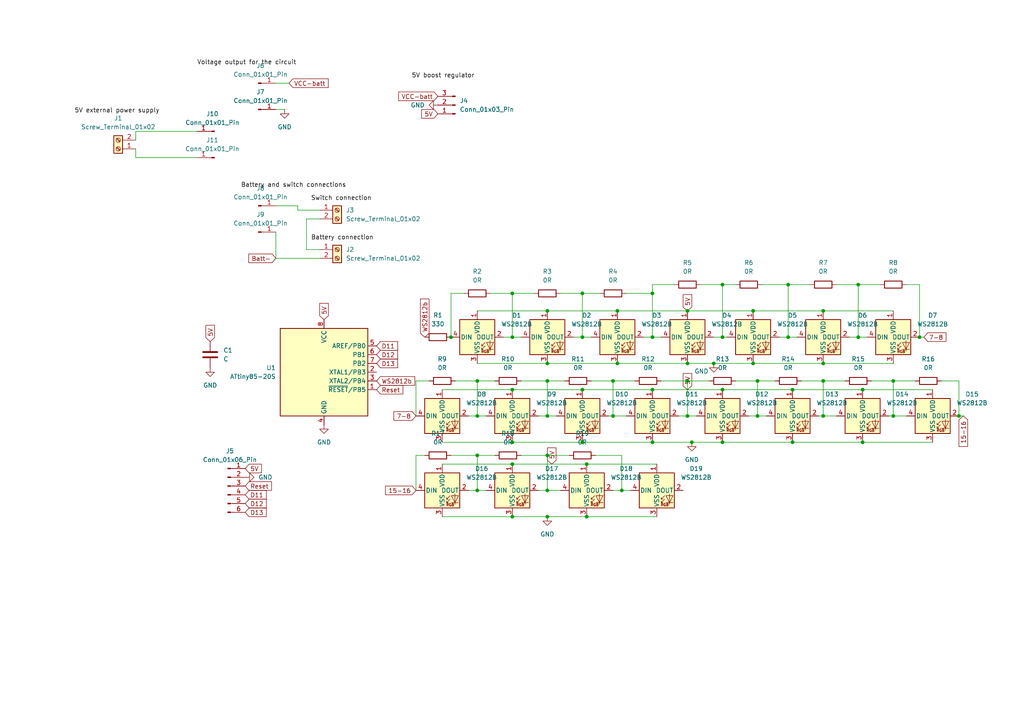
<source format=kicad_sch>
(kicad_sch (version 20231120) (generator "eeschema") (generator_version "8.0")
  (paper "A4")
  (lib_symbols
    (symbol "Connector:Conn_01x01_Pin" (pin_names (offset 1.016) hide)
      (property "Reference" "J" (at 0 2.54 0))
      (property "Value" "Conn_01x01_Pin" (at 0 -2.54 0))
      (symbol "Conn_01x01_Pin_1_1"
        (polyline (pts (xy 1.27 0) (xy 0.8636 0)) (stroke (width 0.1524)))
        (rectangle (start 0.8636 0.127) (end 0 -0.127) (stroke (width 0.1524)) (fill (type outline)))
        (pin passive line (at 5.08 0 180) (length 3.81) (name "Pin_1") (number "1"))
      )
    )
    (symbol "Connector:Conn_01x03_Pin" (pin_names (offset 1.016) hide)
      (property "Reference" "J" (at 0 5.08 0))
      (property "Value" "Conn_01x03_Pin" (at 0 -5.08 0))
      (symbol "Conn_01x03_Pin_1_1"
        (polyline (pts (xy 1.27 -2.54) (xy 0.8636 -2.54)) (stroke (width 0.1524)))
        (polyline (pts (xy 1.27 0) (xy 0.8636 0)) (stroke (width 0.1524)))
        (polyline (pts (xy 1.27 2.54) (xy 0.8636 2.54)) (stroke (width 0.1524)))
        (rectangle (start 0.8636 -2.413) (end 0 -2.667) (stroke (width 0.1524)) (fill (type outline)))
        (rectangle (start 0.8636 0.127) (end 0 -0.127) (stroke (width 0.1524)) (fill (type outline)))
        (rectangle (start 0.8636 2.667) (end 0 2.413) (stroke (width 0.1524)) (fill (type outline)))
        (pin passive line (at 5.08 2.54 180) (length 3.81) (name "Pin_1") (number "1"))
        (pin passive line (at 5.08 0 180) (length 3.81) (name "Pin_2") (number "2"))
        (pin passive line (at 5.08 -2.54 180) (length 3.81) (name "Pin_3") (number "3"))
      )
    )
    (symbol "Connector:Conn_01x06_Pin" (pin_names (offset 1.016) hide)
      (property "Reference" "J" (at 0 7.62 0))
      (property "Value" "Conn_01x06_Pin" (at 0 -10.16 0))
      (symbol "Conn_01x06_Pin_1_1"
        (polyline (pts (xy 1.27 -7.62) (xy 0.8636 -7.62)) (stroke (width 0.1524)))
        (polyline (pts (xy 1.27 -5.08) (xy 0.8636 -5.08)) (stroke (width 0.1524)))
        (polyline (pts (xy 1.27 -2.54) (xy 0.8636 -2.54)) (stroke (width 0.1524)))
        (polyline (pts (xy 1.27 0) (xy 0.8636 0)) (stroke (width 0.1524)))
        (polyline (pts (xy 1.27 2.54) (xy 0.8636 2.54)) (stroke (width 0.1524)))
        (polyline (pts (xy 1.27 5.08) (xy 0.8636 5.08)) (stroke (width 0.1524)))
        (rectangle (start 0.8636 -7.493) (end 0 -7.747) (stroke (width 0.1524)) (fill (type outline)))
        (rectangle (start 0.8636 -4.953) (end 0 -5.207) (stroke (width 0.1524)) (fill (type outline)))
        (rectangle (start 0.8636 -2.413) (end 0 -2.667) (stroke (width 0.1524)) (fill (type outline)))
        (rectangle (start 0.8636 0.127) (end 0 -0.127) (stroke (width 0.1524)) (fill (type outline)))
        (rectangle (start 0.8636 2.667) (end 0 2.413) (stroke (width 0.1524)) (fill (type outline)))
        (rectangle (start 0.8636 5.207) (end 0 4.953) (stroke (width 0.1524)) (fill (type outline)))
        (pin passive line (at 5.08 5.08 180) (length 3.81) (name "Pin_1") (number "1"))
        (pin passive line (at 5.08 2.54 180) (length 3.81) (name "Pin_2") (number "2"))
        (pin passive line (at 5.08 0 180) (length 3.81) (name "Pin_3") (number "3"))
        (pin passive line (at 5.08 -2.54 180) (length 3.81) (name "Pin_4") (number "4"))
        (pin passive line (at 5.08 -5.08 180) (length 3.81) (name "Pin_5") (number "5"))
        (pin passive line (at 5.08 -7.62 180) (length 3.81) (name "Pin_6") (number "6"))
      )
    )
    (symbol "Connector:Screw_Terminal_01x02" (pin_names (offset 1.016) hide)
      (property "Reference" "J" (at 0 2.54 0))
      (property "Value" "Screw_Terminal_01x02" (at 0 -5.08 0))
      (symbol "Screw_Terminal_01x02_1_1"
        (rectangle (start -1.27 1.27) (end 1.27 -3.81) (stroke (width 0.254)) (fill (type background)))
        (circle (center 0 -2.54) (radius 0.635) (stroke (width 0.1524)))
        (polyline (pts (xy -0.5334 -2.2098) (xy 0.3302 -3.048)) (stroke (width 0.1524)))
        (polyline (pts (xy -0.5334 0.3302) (xy 0.3302 -0.508)) (stroke (width 0.1524)))
        (polyline (pts (xy -0.3556 -2.032) (xy 0.508 -2.8702)) (stroke (width 0.1524)))
        (polyline (pts (xy -0.3556 0.508) (xy 0.508 -0.3302)) (stroke (width 0.1524)))
        (circle (center 0 0) (radius 0.635) (stroke (width 0.1524)))
        (pin passive line (at -5.08 0 0) (length 3.81) (name "Pin_1") (number "1"))
        (pin passive line (at -5.08 -2.54 0) (length 3.81) (name "Pin_2") (number "2"))
      )
    )
    (symbol "Device:C" (pin_numbers hide) (pin_names (offset 0.254))
      (property "Reference" "C" (at 0.635 2.54 0))
      (property "Value" "C" (at 0.635 -2.54 0))
      (symbol "C_0_1"
        (polyline (pts (xy -2.032 -0.762) (xy 2.032 -0.762)) (stroke (width 0.508)))
        (polyline (pts (xy -2.032 0.762) (xy 2.032 0.762)) (stroke (width 0.508)))
      )
      (symbol "C_1_1"
        (pin passive line (at 0 3.81 270) (length 2.794) (name "~") (number "1"))
        (pin passive line (at 0 -3.81 90) (length 2.794) (name "~") (number "2"))
      )
    )
    (symbol "Device:R" (pin_numbers hide) (pin_names (offset 0))
      (property "Reference" "R" (at 2.032 0 90))
      (property "Value" "R" (at 0 0 90))
      (symbol "R_0_1"
        (rectangle (start -1.016 -2.54) (end 1.016 2.54) (stroke (width 0.254)))
      )
      (symbol "R_1_1"
        (pin passive line (at 0 3.81 270) (length 1.27) (name "~") (number "1"))
        (pin passive line (at 0 -3.81 90) (length 1.27) (name "~") (number "2"))
      )
    )
    (symbol "LED:WS2812B" (pin_names (offset 0.254))
      (property "Reference" "D" (at 5.08 5.715 0))
      (property "Value" "WS2812B" (at 1.27 -5.715 0))
      (symbol "WS2812B_0_0"
        (text "RGB" (at 2.286 -4.191 0) (effects (font (size 0.762 0.762))))
      )
      (symbol "WS2812B_0_1"
        (polyline (pts (xy 1.27 -3.556) (xy 1.778 -3.556)))
        (polyline (pts (xy 1.27 -2.54) (xy 1.778 -2.54)))
        (polyline (pts (xy 4.699 -3.556) (xy 2.667 -3.556)))
        (polyline (pts (xy 2.286 -2.54) (xy 1.27 -3.556) (xy 1.27 -3.048)))
        (polyline (pts (xy 2.286 -1.524) (xy 1.27 -2.54) (xy 1.27 -2.032)))
        (polyline (pts (xy 3.683 -1.016) (xy 3.683 -3.556) (xy 3.683 -4.064)))
        (polyline (pts (xy 4.699 -1.524) (xy 2.667 -1.524) (xy 3.683 -3.556) (xy 4.699 -1.524)))
        (rectangle (start 5.08 5.08) (end -5.08 -5.08) (stroke (width 0.254)) (fill (type background)))
      )
      (symbol "WS2812B_1_1"
        (pin power_in line (at 0 7.62 270) (length 2.54) (name "VDD") (number "1"))
        (pin output line (at 7.62 0 180) (length 2.54) (name "DOUT") (number "2"))
        (pin power_in line (at 0 -7.62 90) (length 2.54) (name "VSS") (number "3"))
        (pin input line (at -7.62 0 0) (length 2.54) (name "DIN") (number "4"))
      )
    )
    (symbol "MCU_Microchip_ATtiny:ATtiny85-20S"
      (property "Reference" "U" (at -12.7 13.97 0))
      (property "Value" "ATtiny85-20S" (at 2.54 -13.97 0))
      (symbol "ATtiny85-20S_0_1"
        (rectangle (start -12.7 -12.7) (end 12.7 12.7) (stroke (width 0.254)) (fill (type background)))
      )
      (symbol "ATtiny85-20S_1_1"
        (pin bidirectional line (at 15.24 -5.08 180) (length 2.54) (name "~{RESET}/PB5") (number "1"))
        (pin bidirectional line (at 15.24 0 180) (length 2.54) (name "XTAL1/PB3") (number "2"))
        (pin bidirectional line (at 15.24 -2.54 180) (length 2.54) (name "XTAL2/PB4") (number "3"))
        (pin power_in line (at 0 -15.24 90) (length 2.54) (name "GND") (number "4"))
        (pin bidirectional line (at 15.24 7.62 180) (length 2.54) (name "AREF/PB0") (number "5"))
        (pin bidirectional line (at 15.24 5.08 180) (length 2.54) (name "PB1") (number "6"))
        (pin bidirectional line (at 15.24 2.54 180) (length 2.54) (name "PB2") (number "7"))
        (pin power_in line (at 0 15.24 270) (length 2.54) (name "VCC") (number "8"))
      )
    )
    (symbol "power:GND" (power) (pin_numbers hide) (pin_names (offset 0) hide)
      (property "Value" "GND" (at 0 -3.81 0))
      (symbol "GND_0_1"
        (polyline (pts (xy 0 0) (xy 0 -1.27) (xy 1.27 -1.27) (xy 0 -2.54) (xy -1.27 -1.27) (xy 0 -1.27)))
      )
      (symbol "GND_1_1"
        (pin power_in line (at 0 0 270) (length 0) (name "~") (number "1"))
      )
    )
  )
  (junction (at 170.18 149.86))
  (junction (at 199.39 120.65))
  (junction (at 228.6 97.79))
  (junction (at 138.43 142.24))
  (junction (at 177.8 110.49))
  (junction (at 158.75 120.65))
  (junction (at 189.23 128.27))
  (junction (at 248.92 97.79))
  (junction (at 219.71 120.65))
  (junction (at 130.81 97.79))
  (junction (at 209.55 82.55))
  (junction (at 148.59 134.62))
  (junction (at 218.44 90.17))
  (junction (at 148.59 149.86))
  (junction (at 238.76 120.65))
  (junction (at 248.92 82.55))
  (junction (at 228.6 82.55))
  (junction (at 168.91 97.79))
  (junction (at 148.59 97.79))
  (junction (at 189.23 97.79))
  (junction (at 138.43 132.08))
  (junction (at 209.55 128.27))
  (junction (at 170.18 134.62))
  (junction (at 259.08 110.49))
  (junction (at 250.19 128.27))
  (junction (at 180.34 142.24))
  (junction (at 229.87 128.27))
  (junction (at 179.07 90.17))
  (junction (at 148.59 128.27))
  (junction (at 168.91 113.03))
  (junction (at 200.66 128.27))
  (junction (at 148.59 113.03))
  (junction (at 259.08 120.65))
  (junction (at 238.76 105.41))
  (junction (at 189.23 113.03))
  (junction (at 266.7 97.79))
  (junction (at 158.75 105.41))
  (junction (at 189.23 85.09))
  (junction (at 168.91 85.09))
  (junction (at 229.87 113.03))
  (junction (at 250.19 113.03))
  (junction (at 278.13 120.65))
  (junction (at 177.8 120.65))
  (junction (at 179.07 105.41))
  (junction (at 158.75 149.86))
  (junction (at 158.75 110.49))
  (junction (at 168.91 128.27))
  (junction (at 158.75 142.24))
  (junction (at 199.39 110.49))
  (junction (at 158.75 132.08))
  (junction (at 218.44 105.41))
  (junction (at 207.01 105.41))
  (junction (at 209.55 97.79))
  (junction (at 148.59 85.09))
  (junction (at 209.55 113.03))
  (junction (at 138.43 120.65))
  (junction (at 138.43 110.49))
  (junction (at 199.39 90.17))
  (junction (at 238.76 90.17))
  (junction (at 158.75 90.17))
  (junction (at 238.76 110.49))
  (junction (at 199.39 105.41))
  (junction (at 219.71 110.49))
  (wire (pts (xy 156.21 120.65) (xy 158.75 120.65)))
  (wire (pts (xy 189.23 113.03) (xy 209.55 113.03)))
  (wire (pts (xy 130.81 97.79) (xy 130.81 85.09)))
  (wire (pts (xy 120.65 142.24) (xy 120.65 132.08)))
  (wire (pts (xy 170.18 149.86) (xy 190.5 149.86)))
  (wire (pts (xy 88.9 72.39) (xy 88.9 63.5)))
  (wire (pts (xy 278.13 110.49) (xy 273.05 110.49)))
  (wire (pts (xy 238.76 105.41) (xy 259.08 105.41)))
  (wire (pts (xy 219.71 110.49) (xy 224.79 110.49)))
  (wire (pts (xy 217.17 120.65) (xy 219.71 120.65)))
  (wire (pts (xy 213.36 110.49) (xy 219.71 110.49)))
  (wire (pts (xy 138.43 120.65) (xy 140.97 120.65)))
  (wire (pts (xy 238.76 110.49) (xy 238.76 120.65)))
  (wire (pts (xy 228.6 82.55) (xy 228.6 97.79)))
  (wire (pts (xy 180.34 132.08) (xy 180.34 142.24)))
  (wire (pts (xy 226.06 97.79) (xy 228.6 97.79)))
  (wire (pts (xy 186.69 97.79) (xy 189.23 97.79)))
  (wire (pts (xy 158.75 142.24) (xy 162.56 142.24)))
  (wire (pts (xy 189.23 85.09) (xy 189.23 97.79)))
  (wire (pts (xy 209.55 97.79) (xy 210.82 97.79)))
  (wire (pts (xy 200.66 128.27) (xy 209.55 128.27)))
  (wire (pts (xy 250.19 128.27) (xy 270.51 128.27)))
  (wire (pts (xy 130.81 132.08) (xy 138.43 132.08)))
  (wire (pts (xy 128.27 128.27) (xy 148.59 128.27)))
  (wire (pts (xy 176.53 120.65) (xy 177.8 120.65)))
  (wire (pts (xy 209.55 82.55) (xy 213.36 82.55)))
  (wire (pts (xy 252.73 110.49) (xy 259.08 110.49)))
  (wire (pts (xy 86.36 60.96) (xy 86.36 59.69)))
  (wire (pts (xy 199.39 110.49) (xy 199.39 120.65)))
  (wire (pts (xy 148.59 134.62) (xy 170.18 134.62)))
  (wire (pts (xy 158.75 110.49) (xy 158.75 120.65)))
  (wire (pts (xy 180.34 142.24) (xy 182.88 142.24)))
  (wire (pts (xy 266.7 82.55) (xy 262.89 82.55)))
  (wire (pts (xy 168.91 85.09) (xy 168.91 97.79)))
  (wire (pts (xy 209.55 82.55) (xy 209.55 97.79)))
  (wire (pts (xy 146.05 97.79) (xy 148.59 97.79)))
  (wire (pts (xy 148.59 97.79) (xy 151.13 97.79)))
  (wire (pts (xy 151.13 110.49) (xy 158.75 110.49)))
  (wire (pts (xy 168.91 97.79) (xy 171.45 97.79)))
  (wire (pts (xy 242.57 82.55) (xy 248.92 82.55)))
  (wire (pts (xy 218.44 90.17) (xy 238.76 90.17)))
  (wire (pts (xy 88.9 72.39) (xy 92.71 72.39)))
  (wire (pts (xy 162.56 85.09) (xy 168.91 85.09)))
  (wire (pts (xy 158.75 149.86) (xy 170.18 149.86)))
  (wire (pts (xy 158.75 110.49) (xy 163.83 110.49)))
  (wire (pts (xy 80.01 67.31) (xy 80.01 74.93)))
  (wire (pts (xy 278.13 120.65) (xy 278.13 110.49)))
  (wire (pts (xy 135.89 142.24) (xy 138.43 142.24)))
  (wire (pts (xy 279.4 120.65) (xy 278.13 120.65)))
  (wire (pts (xy 207.01 97.79) (xy 209.55 97.79)))
  (wire (pts (xy 168.91 128.27) (xy 189.23 128.27)))
  (wire (pts (xy 158.75 132.08) (xy 165.1 132.08)))
  (wire (pts (xy 168.91 113.03) (xy 189.23 113.03)))
  (wire (pts (xy 138.43 132.08) (xy 143.51 132.08)))
  (wire (pts (xy 171.45 110.49) (xy 177.8 110.49)))
  (wire (pts (xy 148.59 113.03) (xy 168.91 113.03)))
  (wire (pts (xy 259.08 120.65) (xy 262.89 120.65)))
  (wire (pts (xy 246.38 97.79) (xy 248.92 97.79)))
  (wire (pts (xy 166.37 97.79) (xy 168.91 97.79)))
  (wire (pts (xy 196.85 120.65) (xy 199.39 120.65)))
  (wire (pts (xy 248.92 82.55) (xy 255.27 82.55)))
  (wire (pts (xy 120.65 110.49) (xy 124.46 110.49)))
  (wire (pts (xy 219.71 110.49) (xy 219.71 120.65)))
  (wire (pts (xy 199.39 110.49) (xy 205.74 110.49)))
  (wire (pts (xy 218.44 105.41) (xy 238.76 105.41)))
  (wire (pts (xy 135.89 120.65) (xy 138.43 120.65)))
  (wire (pts (xy 229.87 128.27) (xy 250.19 128.27)))
  (wire (pts (xy 199.39 90.17) (xy 218.44 90.17)))
  (wire (pts (xy 238.76 110.49) (xy 245.11 110.49)))
  (wire (pts (xy 232.41 110.49) (xy 238.76 110.49)))
  (wire (pts (xy 128.27 113.03) (xy 148.59 113.03)))
  (wire (pts (xy 266.7 97.79) (xy 266.7 82.55)))
  (wire (pts (xy 209.55 128.27) (xy 229.87 128.27)))
  (wire (pts (xy 130.81 85.09) (xy 134.62 85.09)))
  (wire (pts (xy 209.55 113.03) (xy 229.87 113.03)))
  (wire (pts (xy 203.2 82.55) (xy 209.55 82.55)))
  (wire (pts (xy 39.37 38.1) (xy 39.37 40.64)))
  (wire (pts (xy 156.21 142.24) (xy 158.75 142.24)))
  (wire (pts (xy 189.23 128.27) (xy 200.66 128.27)))
  (wire (pts (xy 177.8 142.24) (xy 180.34 142.24)))
  (wire (pts (xy 179.07 90.17) (xy 199.39 90.17)))
  (wire (pts (xy 148.59 85.09) (xy 148.59 97.79)))
  (wire (pts (xy 142.24 85.09) (xy 148.59 85.09)))
  (wire (pts (xy 138.43 90.17) (xy 158.75 90.17)))
  (wire (pts (xy 267.97 97.79) (xy 266.7 97.79)))
  (wire (pts (xy 237.49 120.65) (xy 238.76 120.65)))
  (wire (pts (xy 199.39 105.41) (xy 207.01 105.41)))
  (wire (pts (xy 250.19 113.03) (xy 270.51 113.03)))
  (wire (pts (xy 132.08 110.49) (xy 138.43 110.49)))
  (wire (pts (xy 179.07 105.41) (xy 199.39 105.41)))
  (wire (pts (xy 120.65 132.08) (xy 123.19 132.08)))
  (wire (pts (xy 138.43 110.49) (xy 143.51 110.49)))
  (wire (pts (xy 248.92 82.55) (xy 248.92 97.79)))
  (wire (pts (xy 229.87 113.03) (xy 250.19 113.03)))
  (wire (pts (xy 80.01 74.93) (xy 92.71 74.93)))
  (wire (pts (xy 195.58 82.55) (xy 189.23 82.55)))
  (wire (pts (xy 168.91 85.09) (xy 173.99 85.09)))
  (wire (pts (xy 219.71 120.65) (xy 222.25 120.65)))
  (wire (pts (xy 181.61 85.09) (xy 189.23 85.09)))
  (wire (pts (xy 158.75 132.08) (xy 158.75 142.24)))
  (wire (pts (xy 120.65 120.65) (xy 120.65 110.49)))
  (wire (pts (xy 257.81 120.65) (xy 259.08 120.65)))
  (wire (pts (xy 39.37 45.72) (xy 57.15 45.72)))
  (wire (pts (xy 158.75 120.65) (xy 161.29 120.65)))
  (wire (pts (xy 220.98 82.55) (xy 228.6 82.55)))
  (wire (pts (xy 191.77 110.49) (xy 199.39 110.49)))
  (wire (pts (xy 148.59 128.27) (xy 168.91 128.27)))
  (wire (pts (xy 207.01 105.41) (xy 218.44 105.41)))
  (wire (pts (xy 177.8 120.65) (xy 181.61 120.65)))
  (wire (pts (xy 158.75 105.41) (xy 179.07 105.41)))
  (wire (pts (xy 228.6 97.79) (xy 231.14 97.79)))
  (wire (pts (xy 80.01 59.69) (xy 86.36 59.69)))
  (wire (pts (xy 39.37 38.1) (xy 57.15 38.1)))
  (wire (pts (xy 177.8 110.49) (xy 177.8 120.65)))
  (wire (pts (xy 158.75 90.17) (xy 179.07 90.17)))
  (wire (pts (xy 80.01 31.75) (xy 82.55 31.75)))
  (wire (pts (xy 259.08 110.49) (xy 259.08 120.65)))
  (wire (pts (xy 128.27 134.62) (xy 148.59 134.62)))
  (wire (pts (xy 138.43 110.49) (xy 138.43 120.65)))
  (wire (pts (xy 189.23 82.55) (xy 189.23 85.09)))
  (wire (pts (xy 259.08 110.49) (xy 265.43 110.49)))
  (wire (pts (xy 151.13 132.08) (xy 158.75 132.08)))
  (wire (pts (xy 138.43 105.41) (xy 158.75 105.41)))
  (wire (pts (xy 88.9 63.5) (xy 92.71 63.5)))
  (wire (pts (xy 80.01 24.13) (xy 83.82 24.13)))
  (wire (pts (xy 148.59 85.09) (xy 154.94 85.09)))
  (wire (pts (xy 248.92 97.79) (xy 251.46 97.79)))
  (wire (pts (xy 138.43 132.08) (xy 138.43 142.24)))
  (wire (pts (xy 189.23 97.79) (xy 191.77 97.79)))
  (wire (pts (xy 228.6 82.55) (xy 234.95 82.55)))
  (wire (pts (xy 238.76 90.17) (xy 259.08 90.17)))
  (wire (pts (xy 170.18 134.62) (xy 190.5 134.62)))
  (wire (pts (xy 199.39 120.65) (xy 201.93 120.65)))
  (wire (pts (xy 138.43 142.24) (xy 140.97 142.24)))
  (wire (pts (xy 86.36 60.96) (xy 92.71 60.96)))
  (wire (pts (xy 128.27 149.86) (xy 148.59 149.86)))
  (wire (pts (xy 177.8 110.49) (xy 184.15 110.49)))
  (wire (pts (xy 172.72 132.08) (xy 180.34 132.08)))
  (wire (pts (xy 238.76 120.65) (xy 242.57 120.65)))
  (wire (pts (xy 39.37 43.18) (xy 39.37 45.72)))
  (wire (pts (xy 148.59 149.86) (xy 158.75 149.86)))
  (label "5V boost regulator" (at 119.38 22.86 0))
  (label "Battery connection" (at 90.17 69.85 0))
  (label "5V external power supply" (at 21.59 33.02 0))
  (label "Battery and switch connections" (at 69.85 54.61 0))
  (label "Voltage output for the circuit" (at 57.15 19.05 0))
  (label "Switch connection" (at 90.17 58.42 0))
  (global_label "Reset" (shape input) (at 71.12 140.97 0) (property "Intersheetrefs" "${INTERSHEET_REFS}" (effects (hide yes))))
  (global_label "7-8" (shape input) (at 120.65 120.65 180) (property "Intersheetrefs" "${INTERSHEET_REFS}" (effects (hide yes))))
  (global_label "5V" (shape input) (at 160.02 134.62 90) (property "Intersheetrefs" "${INTERSHEET_REFS}" (effects (hide yes))))
  (global_label "Batt-" (shape input) (at 80.01 74.93 180) (property "Intersheetrefs" "${INTERSHEET_REFS}" (effects (hide yes))))
  (global_label "5V" (shape input) (at 60.96 99.06 90) (property "Intersheetrefs" "${INTERSHEET_REFS}" (effects (hide yes))))
  (global_label "Reset" (shape input) (at 109.22 113.03 0) (property "Intersheetrefs" "${INTERSHEET_REFS}" (effects (hide yes))))
  (global_label "VCC-batt" (shape input) (at 127 27.94 180) (property "Intersheetrefs" "${INTERSHEET_REFS}" (effects (hide yes))))
  (global_label "D13" (shape input) (at 71.12 148.59 0) (property "Intersheetrefs" "${INTERSHEET_REFS}" (effects (hide yes))))
  (global_label "15-16" (shape input) (at 120.65 142.24 180) (property "Intersheetrefs" "${INTERSHEET_REFS}" (effects (hide yes))))
  (global_label "D13" (shape input) (at 109.22 105.41 0) (property "Intersheetrefs" "${INTERSHEET_REFS}" (effects (hide yes))))
  (global_label "D11" (shape input) (at 109.22 100.33 0) (property "Intersheetrefs" "${INTERSHEET_REFS}" (effects (hide yes))))
  (global_label "D12" (shape input) (at 109.22 102.87 0) (property "Intersheetrefs" "${INTERSHEET_REFS}" (effects (hide yes))))
  (global_label "VCC-batt" (shape input) (at 83.82 24.13 0) (property "Intersheetrefs" "${INTERSHEET_REFS}" (effects (hide yes))))
  (global_label "5V" (shape input) (at 71.12 135.89 0) (property "Intersheetrefs" "${INTERSHEET_REFS}" (effects (hide yes))))
  (global_label "5V" (shape input) (at 199.39 113.03 90) (property "Intersheetrefs" "${INTERSHEET_REFS}" (effects (hide yes))))
  (global_label "7-8" (shape input) (at 267.97 97.79 0) (property "Intersheetrefs" "${INTERSHEET_REFS}" (effects (hide yes))))
  (global_label "D11" (shape input) (at 71.12 143.51 0) (property "Intersheetrefs" "${INTERSHEET_REFS}" (effects (hide yes))))
  (global_label "WS2812b" (shape input) (at 109.22 110.49 0) (property "Intersheetrefs" "${INTERSHEET_REFS}" (effects (hide yes))))
  (global_label "WS2812b" (shape input) (at 123.19 97.79 90) (property "Intersheetrefs" "${INTERSHEET_REFS}" (effects (hide yes))))
  (global_label "5V" (shape input) (at 93.98 92.71 90) (property "Intersheetrefs" "${INTERSHEET_REFS}" (effects (hide yes))))
  (global_label "D12" (shape input) (at 71.12 146.05 0) (property "Intersheetrefs" "${INTERSHEET_REFS}" (effects (hide yes))))
  (global_label "15-16" (shape input) (at 279.4 120.65 270) (property "Intersheetrefs" "${INTERSHEET_REFS}" (effects (hide yes))))
  (global_label "5V" (shape input) (at 199.39 90.17 90) (property "Intersheetrefs" "${INTERSHEET_REFS}" (effects (hide yes))))
  (global_label "5V" (shape input) (at 127 33.02 180) (property "Intersheetrefs" "${INTERSHEET_REFS}" (effects (hide yes))))
  (symbol (lib_id "Device:R") (at 209.55 110.49 90) (unit 1)
    (property "Reference" "R13" (at 209.55 104.14 90))
    (property "Value" "0R" (at 209.55 106.68 90))
    (property "Footprint" "Resistor_SMD:R_0805_2012Metric" (effects (hide yes)))
    (property "Description" "Resistor" (effects (hide yes)))
  )
  (symbol (lib_id "Device:R") (at 238.76 82.55 90) (unit 1)
    (property "Reference" "R7" (at 238.76 76.2 90))
    (property "Value" "0R" (at 238.76 78.74 90))
    (property "Footprint" "Resistor_SMD:R_0805_2012Metric" (effects (hide yes)))
    (property "Description" "Resistor" (effects (hide yes)))
  )
  (symbol (lib_id "Connector:Conn_01x06_Pin") (at 66.04 140.97 0) (unit 1)
    (property "Reference" "J5" (at 66.675 130.81 0))
    (property "Value" "Conn_01x06_Pin" (at 66.675 133.35 0))
    (property "Footprint" "Connector_PinHeader_2.54mm:PinHeader_1x06_P2.54mm_Vertical" (effects (hide yes)))
    (property "Description" "Generic connector, single row, 01x06, script generated" (effects (hide yes)))
  )
  (symbol (lib_id "Device:R") (at 127 132.08 90) (unit 1)
    (property "Reference" "R17" (at 127 125.73 90))
    (property "Value" "0R" (at 127 128.27 90))
    (property "Footprint" "Resistor_SMD:R_0805_2012Metric" (effects (hide yes)))
    (property "Description" "Resistor" (effects (hide yes)))
  )
  (symbol (lib_id "LED:WS2812B") (at 199.39 97.79 0) (unit 1)
    (property "Reference" "D4" (at 210.82 91.4714 0))
    (property "Value" "WS2812B" (at 210.82 94.0114 0))
    (property "Footprint" "LED_SMD:LED_WS2812B_PLCC4_5.0x5.0mm_P3.2mm" (effects (hide yes)))
    (property "Datasheet" "https://cdn-shop.adafruit.com/datasheets/WS2812B.pdf" (effects (hide yes)))
    (property "Description" "RGB LED with integrated controller" (effects (hide yes)))
  )
  (symbol (lib_id "LED:WS2812B") (at 218.44 97.79 0) (unit 1)
    (property "Reference" "D5" (at 229.87 91.4714 0))
    (property "Value" "WS2812B" (at 229.87 94.0114 0))
    (property "Footprint" "LED_SMD:LED_WS2812B_PLCC4_5.0x5.0mm_P3.2mm" (effects (hide yes)))
    (property "Datasheet" "https://cdn-shop.adafruit.com/datasheets/WS2812B.pdf" (effects (hide yes)))
    (property "Description" "RGB LED with integrated controller" (effects (hide yes)))
  )
  (symbol (lib_id "MCU_Microchip_ATtiny:ATtiny85-20S") (at 93.98 107.95 0) (unit 1)
    (property "Reference" "U1" (at 80.01 106.6799 0) (effects (justify right)))
    (property "Value" "ATtiny85-20S" (at 80.01 109.2199 0) (effects (justify right)))
    (property "Footprint" "Package_SO:SOIC-8W_5.3x5.3mm_P1.27mm" (effects (hide yes)))
    (property "Datasheet" "http://ww1.microchip.com/downloads/en/DeviceDoc/atmel-2586-avr-8-bit-microcontroller-attiny25-attiny45-attiny85_datasheet.pdf" (effects (hide yes)))
    (property "Description" "20MHz, 8kB Flash, 512B SRAM, 512B EEPROM, debugWIRE, SOIC-8W" (effects (hide yes)))
  )
  (symbol (lib_id "LED:WS2812B") (at 138.43 97.79 0) (unit 1)
    (property "Reference" "D1" (at 149.86 91.4714 0))
    (property "Value" "WS2812B" (at 149.86 94.0114 0))
    (property "Footprint" "LED_SMD:LED_WS2812B_PLCC4_5.0x5.0mm_P3.2mm" (effects (hide yes)))
    (property "Datasheet" "https://cdn-shop.adafruit.com/datasheets/WS2812B.pdf" (effects (hide yes)))
    (property "Description" "RGB LED with integrated controller" (effects (hide yes)))
  )
  (symbol (lib_id "power:GND") (at 200.66 128.27 0) (unit 1)
    (property "Reference" "#PWR06" (effects (hide yes)))
    (property "Value" "GND" (at 200.66 133.35 0))
    (property "Description" "Power symbol creates a global label with name \"GND\" , ground" (effects (hide yes)))
  )
  (symbol (lib_id "LED:WS2812B") (at 148.59 142.24 0) (unit 1)
    (property "Reference" "D17" (at 160.02 135.9214 0))
    (property "Value" "WS2812B" (at 160.02 138.4614 0))
    (property "Footprint" "LED_SMD:LED_WS2812B_PLCC4_5.0x5.0mm_P3.2mm" (effects (hide yes)))
    (property "Datasheet" "https://cdn-shop.adafruit.com/datasheets/WS2812B.pdf" (effects (hide yes)))
    (property "Description" "RGB LED with integrated controller" (effects (hide yes)))
  )
  (symbol (lib_id "Connector:Screw_Terminal_01x02") (at 97.79 60.96 0) (unit 1)
    (property "Reference" "J3" (at 100.33 60.9599 0) (effects (justify left)))
    (property "Value" "Screw_Terminal_01x02" (at 100.33 63.4999 0) (effects (justify left)))
    (property "Footprint" "Connector_Phoenix_MSTB:PhoenixContact_MSTBVA_2,5_2-G-5,08_1x02_P5.08mm_Vertical" (effects (hide yes)))
    (property "Description" "Generic screw terminal, single row, 01x02, script generated (kicad-library-utils/schlib/autogen/connector/)" (effects (hide yes)))
  )
  (symbol (lib_id "Connector:Conn_01x01_Pin") (at 74.93 59.69 0) (unit 1)
    (property "Reference" "J8" (at 75.565 54.61 0))
    (property "Value" "Conn_01x01_Pin" (at 75.565 57.15 0))
    (property "Footprint" "Connector_PinHeader_2.54mm:PinHeader_1x01_P2.54mm_Vertical" (effects (hide yes)))
    (property "Description" "Generic connector, single row, 01x01, script generated" (effects (hide yes)))
  )
  (symbol (lib_id "Connector:Conn_01x01_Pin") (at 62.23 38.1 180) (unit 1)
    (property "Reference" "J10" (at 61.595 33.02 0))
    (property "Value" "Conn_01x01_Pin" (at 61.595 35.56 0))
    (property "Footprint" "Connector_PinHeader_2.54mm:PinHeader_1x01_P2.54mm_Vertical" (effects (hide yes)))
    (property "Description" "Generic connector, single row, 01x01, script generated" (effects (hide yes)))
  )
  (symbol (lib_id "LED:WS2812B") (at 250.19 120.65 0) (unit 1)
    (property "Reference" "D14" (at 261.62 114.3314 0))
    (property "Value" "WS2812B" (at 261.62 116.8714 0))
    (property "Footprint" "LED_SMD:LED_WS2812B_PLCC4_5.0x5.0mm_P3.2mm" (effects (hide yes)))
    (property "Datasheet" "https://cdn-shop.adafruit.com/datasheets/WS2812B.pdf" (effects (hide yes)))
    (property "Description" "RGB LED with integrated controller" (effects (hide yes)))
  )
  (symbol (lib_id "Device:R") (at 217.17 82.55 90) (unit 1)
    (property "Reference" "R6" (at 217.17 76.2 90))
    (property "Value" "0R" (at 217.17 78.74 90))
    (property "Footprint" "Resistor_SMD:R_0805_2012Metric" (effects (hide yes)))
    (property "Description" "Resistor" (effects (hide yes)))
  )
  (symbol (lib_id "Device:R") (at 147.32 132.08 90) (unit 1)
    (property "Reference" "R18" (at 147.32 125.73 90))
    (property "Value" "0R" (at 147.32 128.27 90))
    (property "Footprint" "Resistor_SMD:R_0805_2012Metric" (effects (hide yes)))
    (property "Description" "Resistor" (effects (hide yes)))
  )
  (symbol (lib_id "LED:WS2812B") (at 148.59 120.65 0) (unit 1)
    (property "Reference" "D9" (at 160.02 114.3314 0))
    (property "Value" "WS2812B" (at 160.02 116.8714 0))
    (property "Footprint" "LED_SMD:LED_WS2812B_PLCC4_5.0x5.0mm_P3.2mm" (effects (hide yes)))
    (property "Datasheet" "https://cdn-shop.adafruit.com/datasheets/WS2812B.pdf" (effects (hide yes)))
    (property "Description" "RGB LED with integrated controller" (effects (hide yes)))
  )
  (symbol (lib_id "LED:WS2812B") (at 168.91 120.65 0) (unit 1)
    (property "Reference" "D10" (at 180.34 114.3314 0))
    (property "Value" "WS2812B" (at 180.34 116.8714 0))
    (property "Footprint" "LED_SMD:LED_WS2812B_PLCC4_5.0x5.0mm_P3.2mm" (effects (hide yes)))
    (property "Datasheet" "https://cdn-shop.adafruit.com/datasheets/WS2812B.pdf" (effects (hide yes)))
    (property "Description" "RGB LED with integrated controller" (effects (hide yes)))
  )
  (symbol (lib_id "Connector:Conn_01x01_Pin") (at 74.93 24.13 0) (unit 1)
    (property "Reference" "J6" (at 75.565 19.05 0))
    (property "Value" "Conn_01x01_Pin" (at 75.565 21.59 0))
    (property "Footprint" "Connector_PinHeader_2.54mm:PinHeader_1x01_P2.54mm_Vertical" (effects (hide yes)))
    (property "Description" "Generic connector, single row, 01x01, script generated" (effects (hide yes)))
  )
  (symbol (lib_id "Device:R") (at 147.32 110.49 90) (unit 1)
    (property "Reference" "R10" (at 147.32 104.14 90))
    (property "Value" "0R" (at 147.32 106.68 90))
    (property "Footprint" "Resistor_SMD:R_0805_2012Metric" (effects (hide yes)))
    (property "Description" "Resistor" (effects (hide yes)))
  )
  (symbol (lib_id "Device:R") (at 269.24 110.49 90) (unit 1)
    (property "Reference" "R16" (at 269.24 104.14 90))
    (property "Value" "0R" (at 269.24 106.68 90))
    (property "Footprint" "Resistor_SMD:R_0805_2012Metric" (effects (hide yes)))
    (property "Description" "Resistor" (effects (hide yes)))
  )
  (symbol (lib_id "power:GND") (at 207.01 105.41 0) (unit 1)
    (property "Reference" "#PWR07" (effects (hide yes)))
    (property "Value" "GND" (at 203.454 107.696 0))
    (property "Description" "Power symbol creates a global label with name \"GND\" , ground" (effects (hide yes)))
  )
  (symbol (lib_id "LED:WS2812B") (at 189.23 120.65 0) (unit 1)
    (property "Reference" "D11" (at 200.66 114.3314 0))
    (property "Value" "WS2812B" (at 200.66 116.8714 0))
    (property "Footprint" "LED_SMD:LED_WS2812B_PLCC4_5.0x5.0mm_P3.2mm" (effects (hide yes)))
    (property "Datasheet" "https://cdn-shop.adafruit.com/datasheets/WS2812B.pdf" (effects (hide yes)))
    (property "Description" "RGB LED with integrated controller" (effects (hide yes)))
  )
  (symbol (lib_id "power:GND") (at 127 30.48 270) (unit 1)
    (property "Reference" "#PWR02" (effects (hide yes)))
    (property "Value" "GND" (at 123.19 30.4799 90) (effects (justify right)))
    (property "Description" "Power symbol creates a global label with name \"GND\" , ground" (effects (hide yes)))
  )
  (symbol (lib_id "Device:R") (at 167.64 110.49 90) (unit 1)
    (property "Reference" "R11" (at 167.64 104.14 90))
    (property "Value" "0R" (at 167.64 106.68 90))
    (property "Footprint" "Resistor_SMD:R_0805_2012Metric" (effects (hide yes)))
    (property "Description" "Resistor" (effects (hide yes)))
  )
  (symbol (lib_id "Device:R") (at 138.43 85.09 90) (unit 1)
    (property "Reference" "R2" (at 138.43 78.74 90))
    (property "Value" "0R" (at 138.43 81.28 90))
    (property "Footprint" "Resistor_SMD:R_0805_2012Metric" (effects (hide yes)))
    (property "Description" "Resistor" (effects (hide yes)))
  )
  (symbol (lib_id "Device:R") (at 228.6 110.49 90) (unit 1)
    (property "Reference" "R14" (at 228.6 104.14 90))
    (property "Value" "0R" (at 228.6 106.68 90))
    (property "Footprint" "Resistor_SMD:R_0805_2012Metric" (effects (hide yes)))
    (property "Description" "Resistor" (effects (hide yes)))
  )
  (symbol (lib_id "Device:C") (at 60.96 102.87 0) (unit 1)
    (property "Reference" "C1" (at 64.77 101.5999 0) (effects (justify left)))
    (property "Value" "C" (at 64.77 104.1399 0) (effects (justify left)))
    (property "Footprint" "Capacitor_SMD:C_0805_2012Metric" (effects (hide yes)))
    (property "Description" "Unpolarized capacitor" (effects (hide yes)))
  )
  (symbol (lib_id "power:GND") (at 93.98 123.19 0) (unit 1)
    (property "Reference" "#PWR04" (effects (hide yes)))
    (property "Value" "GND" (at 93.98 128.27 0))
    (property "Description" "Power symbol creates a global label with name \"GND\" , ground" (effects (hide yes)))
  )
  (symbol (lib_id "Device:R") (at 199.39 82.55 90) (unit 1)
    (property "Reference" "R5" (at 199.39 76.2 90))
    (property "Value" "0R" (at 199.39 78.74 90))
    (property "Footprint" "Resistor_SMD:R_0805_2012Metric" (effects (hide yes)))
    (property "Description" "Resistor" (effects (hide yes)))
  )
  (symbol (lib_id "Device:R") (at 128.27 110.49 90) (unit 1)
    (property "Reference" "R9" (at 128.27 104.14 90))
    (property "Value" "0R" (at 128.27 106.68 90))
    (property "Footprint" "Resistor_SMD:R_0805_2012Metric" (effects (hide yes)))
    (property "Description" "Resistor" (effects (hide yes)))
  )
  (symbol (lib_id "Device:R") (at 259.08 82.55 90) (unit 1)
    (property "Reference" "R8" (at 259.08 76.2 90))
    (property "Value" "0R" (at 259.08 78.74 90))
    (property "Footprint" "Resistor_SMD:R_0805_2012Metric" (effects (hide yes)))
    (property "Description" "Resistor" (effects (hide yes)))
  )
  (symbol (lib_id "LED:WS2812B") (at 229.87 120.65 0) (unit 1)
    (property "Reference" "D13" (at 241.3 114.3314 0))
    (property "Value" "WS2812B" (at 241.3 116.8714 0))
    (property "Footprint" "LED_SMD:LED_WS2812B_PLCC4_5.0x5.0mm_P3.2mm" (effects (hide yes)))
    (property "Datasheet" "https://cdn-shop.adafruit.com/datasheets/WS2812B.pdf" (effects (hide yes)))
    (property "Description" "RGB LED with integrated controller" (effects (hide yes)))
  )
  (symbol (lib_id "Connector:Conn_01x01_Pin") (at 62.23 45.72 180) (unit 1)
    (property "Reference" "J11" (at 61.595 40.64 0))
    (property "Value" "Conn_01x01_Pin" (at 61.595 43.18 0))
    (property "Footprint" "Connector_PinHeader_2.54mm:PinHeader_1x01_P2.54mm_Vertical" (effects (hide yes)))
    (property "Description" "Generic connector, single row, 01x01, script generated" (effects (hide yes)))
  )
  (symbol (lib_id "Connector:Screw_Terminal_01x02") (at 97.79 72.39 0) (unit 1)
    (property "Reference" "J2" (at 100.33 72.3899 0) (effects (justify left)))
    (property "Value" "Screw_Terminal_01x02" (at 100.33 74.9299 0) (effects (justify left)))
    (property "Footprint" "Connector_Phoenix_MSTB:PhoenixContact_MSTBVA_2,5_2-G-5,08_1x02_P5.08mm_Vertical" (effects (hide yes)))
    (property "Description" "Generic screw terminal, single row, 01x02, script generated (kicad-library-utils/schlib/autogen/connector/)" (effects (hide yes)))
  )
  (symbol (lib_id "LED:WS2812B") (at 209.55 120.65 0) (unit 1)
    (property "Reference" "D12" (at 220.98 114.3314 0))
    (property "Value" "WS2812B" (at 220.98 116.8714 0))
    (property "Footprint" "LED_SMD:LED_WS2812B_PLCC4_5.0x5.0mm_P3.2mm" (effects (hide yes)))
    (property "Datasheet" "https://cdn-shop.adafruit.com/datasheets/WS2812B.pdf" (effects (hide yes)))
    (property "Description" "RGB LED with integrated controller" (effects (hide yes)))
  )
  (symbol (lib_id "LED:WS2812B") (at 238.76 97.79 0) (unit 1)
    (property "Reference" "D6" (at 250.19 91.4714 0))
    (property "Value" "WS2812B" (at 250.19 94.0114 0))
    (property "Footprint" "LED_SMD:LED_WS2812B_PLCC4_5.0x5.0mm_P3.2mm" (effects (hide yes)))
    (property "Datasheet" "https://cdn-shop.adafruit.com/datasheets/WS2812B.pdf" (effects (hide yes)))
    (property "Description" "RGB LED with integrated controller" (effects (hide yes)))
  )
  (symbol (lib_id "Device:R") (at 158.75 85.09 90) (unit 1)
    (property "Reference" "R3" (at 158.75 78.74 90))
    (property "Value" "0R" (at 158.75 81.28 90))
    (property "Footprint" "Resistor_SMD:R_0805_2012Metric" (effects (hide yes)))
    (property "Description" "Resistor" (effects (hide yes)))
  )
  (symbol (lib_id "Connector:Screw_Terminal_01x02") (at 34.29 43.18 180) (unit 1)
    (property "Reference" "J1" (at 34.29 34.29 0))
    (property "Value" "Screw_Terminal_01x02" (at 34.29 36.83 0))
    (property "Footprint" "Connector_Phoenix_MSTB:PhoenixContact_MSTBVA_2,5_2-G-5,08_1x02_P5.08mm_Vertical" (effects (hide yes)))
    (property "Description" "Generic screw terminal, single row, 01x02, script generated (kicad-library-utils/schlib/autogen/connector/)" (effects (hide yes)))
  )
  (symbol (lib_id "power:GND") (at 71.12 138.43 90) (unit 1)
    (property "Reference" "#PWR08" (effects (hide yes)))
    (property "Value" "GND" (at 74.93 138.4299 90) (effects (justify right)))
    (property "Description" "Power symbol creates a global label with name \"GND\" , ground" (effects (hide yes)))
  )
  (symbol (lib_id "LED:WS2812B") (at 190.5 142.24 0) (unit 1)
    (property "Reference" "D19" (at 201.93 135.9214 0))
    (property "Value" "WS2812B" (at 201.93 138.4614 0))
    (property "Footprint" "LED_SMD:LED_WS2812B_PLCC4_5.0x5.0mm_P3.2mm" (effects (hide yes)))
    (property "Datasheet" "https://cdn-shop.adafruit.com/datasheets/WS2812B.pdf" (effects (hide yes)))
    (property "Description" "RGB LED with integrated controller" (effects (hide yes)))
  )
  (symbol (lib_id "Connector:Conn_01x01_Pin") (at 74.93 67.31 0) (unit 1)
    (property "Reference" "J9" (at 75.565 62.23 0))
    (property "Value" "Conn_01x01_Pin" (at 75.565 64.77 0))
    (property "Footprint" "Connector_PinHeader_2.54mm:PinHeader_1x01_P2.54mm_Vertical" (effects (hide yes)))
    (property "Description" "Generic connector, single row, 01x01, script generated" (effects (hide yes)))
  )
  (symbol (lib_id "power:GND") (at 158.75 149.86 0) (unit 1)
    (property "Reference" "#PWR05" (effects (hide yes)))
    (property "Value" "GND" (at 158.75 154.94 0))
    (property "Description" "Power symbol creates a global label with name \"GND\" , ground" (effects (hide yes)))
  )
  (symbol (lib_id "LED:WS2812B") (at 128.27 142.24 0) (unit 1)
    (property "Reference" "D16" (at 139.7 135.9214 0))
    (property "Value" "WS2812B" (at 139.7 138.4614 0))
    (property "Footprint" "LED_SMD:LED_WS2812B_PLCC4_5.0x5.0mm_P3.2mm" (effects (hide yes)))
    (property "Datasheet" "https://cdn-shop.adafruit.com/datasheets/WS2812B.pdf" (effects (hide yes)))
    (property "Description" "RGB LED with integrated controller" (effects (hide yes)))
  )
  (symbol (lib_id "Device:R") (at 177.8 85.09 90) (unit 1)
    (property "Reference" "R4" (at 177.8 78.74 90))
    (property "Value" "0R" (at 177.8 81.28 90))
    (property "Footprint" "Resistor_SMD:R_0805_2012Metric" (effects (hide yes)))
    (property "Description" "Resistor" (effects (hide yes)))
  )
  (symbol (lib_id "Connector:Conn_01x01_Pin") (at 74.93 31.75 0) (unit 1)
    (property "Reference" "J7" (at 75.565 26.67 0))
    (property "Value" "Conn_01x01_Pin" (at 75.565 29.21 0))
    (property "Footprint" "Connector_PinHeader_2.54mm:PinHeader_1x01_P2.54mm_Vertical" (effects (hide yes)))
    (property "Description" "Generic connector, single row, 01x01, script generated" (effects (hide yes)))
  )
  (symbol (lib_id "LED:WS2812B") (at 170.18 142.24 0) (unit 1)
    (property "Reference" "D18" (at 181.61 135.9214 0))
    (property "Value" "WS2812B" (at 181.61 138.4614 0))
    (property "Footprint" "LED_SMD:LED_WS2812B_PLCC4_5.0x5.0mm_P3.2mm" (effects (hide yes)))
    (property "Datasheet" "https://cdn-shop.adafruit.com/datasheets/WS2812B.pdf" (effects (hide yes)))
    (property "Description" "RGB LED with integrated controller" (effects (hide yes)))
  )
  (symbol (lib_id "LED:WS2812B") (at 158.75 97.79 0) (unit 1)
    (property "Reference" "D2" (at 170.18 91.4714 0))
    (property "Value" "WS2812B" (at 170.18 94.0114 0))
    (property "Footprint" "LED_SMD:LED_WS2812B_PLCC4_5.0x5.0mm_P3.2mm" (effects (hide yes)))
    (property "Datasheet" "https://cdn-shop.adafruit.com/datasheets/WS2812B.pdf" (effects (hide yes)))
    (property "Description" "RGB LED with integrated controller" (effects (hide yes)))
  )
  (symbol (lib_id "Device:R") (at 127 97.79 90) (unit 1)
    (property "Reference" "R1" (at 127 91.44 90))
    (property "Value" "330" (at 127 93.98 90))
    (property "Footprint" "Resistor_SMD:R_0805_2012Metric" (effects (hide yes)))
    (property "Description" "Resistor" (effects (hide yes)))
  )
  (symbol (lib_id "LED:WS2812B") (at 128.27 120.65 0) (unit 1)
    (property "Reference" "D8" (at 139.7 114.3314 0))
    (property "Value" "WS2812B" (at 139.7 116.8714 0))
    (property "Footprint" "LED_SMD:LED_WS2812B_PLCC4_5.0x5.0mm_P3.2mm" (effects (hide yes)))
    (property "Datasheet" "https://cdn-shop.adafruit.com/datasheets/WS2812B.pdf" (effects (hide yes)))
    (property "Description" "RGB LED with integrated controller" (effects (hide yes)))
  )
  (symbol (lib_id "Device:R") (at 168.91 132.08 90) (unit 1)
    (property "Reference" "R19" (at 168.91 125.73 90))
    (property "Value" "0R" (at 168.91 128.27 90))
    (property "Footprint" "Resistor_SMD:R_0805_2012Metric" (effects (hide yes)))
    (property "Description" "Resistor" (effects (hide yes)))
  )
  (symbol (lib_id "power:GND") (at 60.96 106.68 0) (unit 1)
    (property "Reference" "#PWR03" (effects (hide yes)))
    (property "Value" "GND" (at 60.96 111.76 0))
    (property "Description" "Power symbol creates a global label with name \"GND\" , ground" (effects (hide yes)))
  )
  (symbol (lib_id "LED:WS2812B") (at 179.07 97.79 0) (unit 1)
    (property "Reference" "D3" (at 190.5 91.4714 0))
    (property "Value" "WS2812B" (at 190.5 94.0114 0))
    (property "Footprint" "LED_SMD:LED_WS2812B_PLCC4_5.0x5.0mm_P3.2mm" (effects (hide yes)))
    (property "Datasheet" "https://cdn-shop.adafruit.com/datasheets/WS2812B.pdf" (effects (hide yes)))
    (property "Description" "RGB LED with integrated controller" (effects (hide yes)))
  )
  (symbol (lib_id "power:GND") (at 82.55 31.75 0) (unit 1)
    (property "Reference" "#PWR01" (effects (hide yes)))
    (property "Value" "GND" (at 82.55 36.83 0))
    (property "Description" "Power symbol creates a global label with name \"GND\" , ground" (effects (hide yes)))
  )
  (symbol (lib_id "Device:R") (at 187.96 110.49 90) (unit 1)
    (property "Reference" "R12" (at 187.96 104.14 90))
    (property "Value" "0R" (at 187.96 106.68 90))
    (property "Footprint" "Resistor_SMD:R_0805_2012Metric" (effects (hide yes)))
    (property "Description" "Resistor" (effects (hide yes)))
  )
  (symbol (lib_id "LED:WS2812B") (at 259.08 97.79 0) (unit 1)
    (property "Reference" "D7" (at 270.51 91.4714 0))
    (property "Value" "WS2812B" (at 270.51 94.0114 0))
    (property "Footprint" "LED_SMD:LED_WS2812B_PLCC4_5.0x5.0mm_P3.2mm" (effects (hide yes)))
    (property "Datasheet" "https://cdn-shop.adafruit.com/datasheets/WS2812B.pdf" (effects (hide yes)))
    (property "Description" "RGB LED with integrated controller" (effects (hide yes)))
  )
  (symbol (lib_id "Device:R") (at 248.92 110.49 90) (unit 1)
    (property "Reference" "R15" (at 248.92 104.14 90))
    (property "Value" "0R" (at 248.92 106.68 90))
    (property "Footprint" "Resistor_SMD:R_0805_2012Metric" (effects (hide yes)))
    (property "Description" "Resistor" (effects (hide yes)))
  )
  (symbol (lib_id "Connector:Conn_01x03_Pin") (at 132.08 30.48 180) (unit 1)
    (property "Reference" "J4" (at 133.35 29.2099 0) (effects (justify right)))
    (property "Value" "Conn_01x03_Pin" (at 133.35 31.7499 0) (effects (justify right)))
    (property "Footprint" "Connector_PinHeader_2.54mm:PinHeader_1x03_P2.54mm_Vertical" (effects (hide yes)))
    (property "Description" "Generic connector, single row, 01x03, script generated" (effects (hide yes)))
  )
  (symbol (lib_id "LED:WS2812B") (at 270.51 120.65 0) (unit 1)
    (property "Reference" "D15" (at 281.94 114.3314 0))
    (property "Value" "WS2812B" (at 281.94 116.8714 0))
    (property "Footprint" "LED_SMD:LED_WS2812B_PLCC4_5.0x5.0mm_P3.2mm" (effects (hide yes)))
    (property "Datasheet" "https://cdn-shop.adafruit.com/datasheets/WS2812B.pdf" (effects (hide yes)))
    (property "Description" "RGB LED with integrated controller" (effects (hide yes)))
  )
)
</source>
